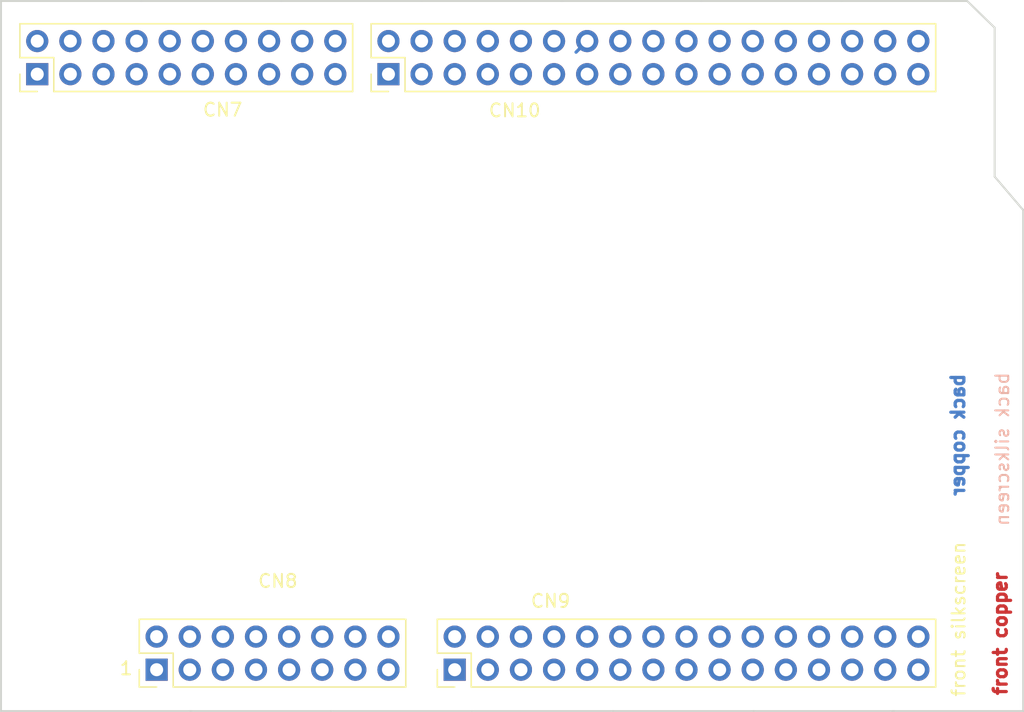
<source format=kicad_pcb>
(kicad_pcb (version 20171130) (host pcbnew 5.1.5+dfsg1-2build2)

  (general
    (thickness 1.6)
    (drawings 26)
    (tracks 1)
    (zones 0)
    (modules 4)
    (nets 93)
  )

  (page A4)
  (title_block
    (date "lun. 30 mars 2015")
  )

  (layers
    (0 F.Cu signal)
    (31 B.Cu signal)
    (32 B.Adhes user)
    (33 F.Adhes user)
    (34 B.Paste user)
    (35 F.Paste user)
    (36 B.SilkS user)
    (37 F.SilkS user)
    (38 B.Mask user)
    (39 F.Mask user)
    (40 Dwgs.User user)
    (41 Cmts.User user)
    (42 Eco1.User user)
    (43 Eco2.User user)
    (44 Edge.Cuts user)
    (45 Margin user)
    (46 B.CrtYd user)
    (47 F.CrtYd user)
    (48 B.Fab user)
    (49 F.Fab user)
  )

  (setup
    (last_trace_width 0.25)
    (user_trace_width 0.5)
    (user_trace_width 0.75)
    (trace_clearance 0.2)
    (zone_clearance 0.508)
    (zone_45_only no)
    (trace_min 0.2)
    (via_size 0.6)
    (via_drill 0.4)
    (via_min_size 0.4)
    (via_min_drill 0.3)
    (uvia_size 0.3)
    (uvia_drill 0.1)
    (uvias_allowed no)
    (uvia_min_size 0.2)
    (uvia_min_drill 0.1)
    (edge_width 0.15)
    (segment_width 0.15)
    (pcb_text_width 0.3)
    (pcb_text_size 1.5 1.5)
    (mod_edge_width 0.15)
    (mod_text_size 1 1)
    (mod_text_width 0.15)
    (pad_size 4.064 4.064)
    (pad_drill 3.048)
    (pad_to_mask_clearance 0)
    (aux_axis_origin 110.998 126.365)
    (grid_origin 15 15)
    (visible_elements FFFFFF7F)
    (pcbplotparams
      (layerselection 0x010ff_ffffffff)
      (usegerberextensions false)
      (usegerberattributes true)
      (usegerberadvancedattributes false)
      (creategerberjobfile false)
      (excludeedgelayer true)
      (linewidth 0.100000)
      (plotframeref false)
      (viasonmask false)
      (mode 1)
      (useauxorigin false)
      (hpglpennumber 1)
      (hpglpenspeed 20)
      (hpglpendiameter 15.000000)
      (psnegative false)
      (psa4output false)
      (plotreference true)
      (plotvalue true)
      (plotinvisibletext false)
      (padsonsilk false)
      (subtractmaskfromsilk true)
      (outputformat 1)
      (mirror false)
      (drillshape 0)
      (scaleselection 1)
      (outputdirectory "drills_v1_0/"))
  )

  (net 0 "")
  (net 1 /IOREF)
  (net 2 /Reset)
  (net 3 +5V)
  (net 4 GND)
  (net 5 /Vin)
  (net 6 +3V3)
  (net 7 "Net-(CN7-Pad19)")
  (net 8 "Net-(CN7-Pad17)")
  (net 9 "Net-(CN7-Pad15)")
  (net 10 "Net-(CN7-Pad14)")
  (net 11 "Net-(CN7-Pad13)")
  (net 12 "Net-(CN7-Pad12)")
  (net 13 "Net-(CN7-Pad11)")
  (net 14 "Net-(CN7-Pad10)")
  (net 15 /PA15)
  (net 16 /PB12)
  (net 17 "Net-(CN7-Pad6)")
  (net 18 /PB13)
  (net 19 "Net-(CN7-Pad4)")
  (net 20 "Net-(CN7-Pad3)")
  (net 21 "Net-(CN7-Pad2)")
  (net 22 "Net-(CN7-Pad1)")
  (net 23 "Net-(CN8-Pad16)")
  (net 24 "Net-(CN8-Pad14)")
  (net 25 "Net-(CN8-Pad12)")
  (net 26 "Net-(CN8-Pad10)")
  (net 27 "Net-(CN8-Pad8)")
  (net 28 "Net-(CN8-Pad6)")
  (net 29 "Net-(CN8-Pad4)")
  (net 30 "Net-(CN8-Pad2)")
  (net 31 "Net-(CN8-Pad1)")
  (net 32 /PG1)
  (net 33 /PF9)
  (net 34 /PF7)
  (net 35 /PE3)
  (net 36 /PE6)
  (net 37 /PE5)
  (net 38 /PE4)
  (net 39 "Net-(CN9-Pad13)")
  (net 40 "Net-(CN9-Pad11)")
  (net 41 "Net-(CN9-Pad9)")
  (net 42 "Net-(CN9-Pad8)")
  (net 43 "Net-(CN9-Pad7)")
  (net 44 "Net-(CN9-Pad5)")
  (net 45 "Net-(CN9-Pad3)")
  (net 46 "Net-(CN9-Pad2)")
  (net 47 "Net-(CN9-Pad1)")
  (net 48 "Net-(CN10-Pad34)")
  (net 49 "Net-(CN10-Pad26)")
  (net 50 "Net-(CN10-Pad12)")
  (net 51 "Net-(CN10-Pad10)")
  (net 52 "Net-(CN10-Pad8)")
  (net 53 "Net-(CN10-Pad3)")
  (net 54 "Net-(CN10-Pad1)")
  (net 55 /PF8)
  (net 56 "Net-(CN10-Pad23)")
  (net 57 "Net-(CN9-Pad14)")
  (net 58 /PD5)
  (net 59 /PD6)
  (net 60 "Net-(CN10-Pad33)")
  (net 61 "Net-(CN10-Pad11)")
  (net 62 "Net-(CN7-Pad20)")
  (net 63 "Net-(CN7-Pad18)")
  (net 64 "Net-(CN7-Pad16)")
  (net 65 "Net-(CN9-Pad29)")
  (net 66 "Net-(CN9-Pad27)")
  (net 67 "Net-(CN9-Pad25)")
  (net 68 "Net-(CN9-Pad21)")
  (net 69 "Net-(CN9-Pad19)")
  (net 70 "Net-(CN9-Pad17)")
  (net 71 "Net-(CN9-Pad15)")
  (net 72 "Net-(CN9-Pad10)")
  (net 73 "Net-(CN10-Pad32)")
  (net 74 "Net-(CN10-Pad31)")
  (net 75 "Net-(CN10-Pad30)")
  (net 76 "Net-(CN10-Pad29)")
  (net 77 "Net-(CN10-Pad28)")
  (net 78 "Net-(CN10-Pad25)")
  (net 79 "Net-(CN10-Pad24)")
  (net 80 "Net-(CN10-Pad21)")
  (net 81 "Net-(CN10-Pad20)")
  (net 82 "Net-(CN10-Pad19)")
  (net 83 "Net-(CN10-Pad18)")
  (net 84 "Net-(CN10-Pad16)")
  (net 85 "Net-(CN10-Pad15)")
  (net 86 "Net-(CN10-Pad14)")
  (net 87 "Net-(CN10-Pad13)")
  (net 88 "Net-(CN10-Pad9)")
  (net 89 "Net-(CN10-Pad7)")
  (net 90 "Net-(CN10-Pad6)")
  (net 91 "Net-(CN10-Pad4)")
  (net 92 "Net-(CN10-Pad2)")

  (net_class Default "This is the default net class."
    (clearance 0.2)
    (trace_width 0.25)
    (via_dia 0.6)
    (via_drill 0.4)
    (uvia_dia 0.3)
    (uvia_drill 0.1)
    (add_net +3V3)
    (add_net +5V)
    (add_net /IOREF)
    (add_net /PA15)
    (add_net /PB12)
    (add_net /PB13)
    (add_net /PD5)
    (add_net /PD6)
    (add_net /PE3)
    (add_net /PE4)
    (add_net /PE5)
    (add_net /PE6)
    (add_net /PF7)
    (add_net /PF8)
    (add_net /PF9)
    (add_net /PG1)
    (add_net /Reset)
    (add_net /Vin)
    (add_net GND)
    (add_net "Net-(CN10-Pad1)")
    (add_net "Net-(CN10-Pad10)")
    (add_net "Net-(CN10-Pad11)")
    (add_net "Net-(CN10-Pad12)")
    (add_net "Net-(CN10-Pad13)")
    (add_net "Net-(CN10-Pad14)")
    (add_net "Net-(CN10-Pad15)")
    (add_net "Net-(CN10-Pad16)")
    (add_net "Net-(CN10-Pad18)")
    (add_net "Net-(CN10-Pad19)")
    (add_net "Net-(CN10-Pad2)")
    (add_net "Net-(CN10-Pad20)")
    (add_net "Net-(CN10-Pad21)")
    (add_net "Net-(CN10-Pad23)")
    (add_net "Net-(CN10-Pad24)")
    (add_net "Net-(CN10-Pad25)")
    (add_net "Net-(CN10-Pad26)")
    (add_net "Net-(CN10-Pad28)")
    (add_net "Net-(CN10-Pad29)")
    (add_net "Net-(CN10-Pad3)")
    (add_net "Net-(CN10-Pad30)")
    (add_net "Net-(CN10-Pad31)")
    (add_net "Net-(CN10-Pad32)")
    (add_net "Net-(CN10-Pad33)")
    (add_net "Net-(CN10-Pad34)")
    (add_net "Net-(CN10-Pad4)")
    (add_net "Net-(CN10-Pad6)")
    (add_net "Net-(CN10-Pad7)")
    (add_net "Net-(CN10-Pad8)")
    (add_net "Net-(CN10-Pad9)")
    (add_net "Net-(CN7-Pad1)")
    (add_net "Net-(CN7-Pad10)")
    (add_net "Net-(CN7-Pad11)")
    (add_net "Net-(CN7-Pad12)")
    (add_net "Net-(CN7-Pad13)")
    (add_net "Net-(CN7-Pad14)")
    (add_net "Net-(CN7-Pad15)")
    (add_net "Net-(CN7-Pad16)")
    (add_net "Net-(CN7-Pad17)")
    (add_net "Net-(CN7-Pad18)")
    (add_net "Net-(CN7-Pad19)")
    (add_net "Net-(CN7-Pad2)")
    (add_net "Net-(CN7-Pad20)")
    (add_net "Net-(CN7-Pad3)")
    (add_net "Net-(CN7-Pad4)")
    (add_net "Net-(CN7-Pad6)")
    (add_net "Net-(CN8-Pad1)")
    (add_net "Net-(CN8-Pad10)")
    (add_net "Net-(CN8-Pad12)")
    (add_net "Net-(CN8-Pad14)")
    (add_net "Net-(CN8-Pad16)")
    (add_net "Net-(CN8-Pad2)")
    (add_net "Net-(CN8-Pad4)")
    (add_net "Net-(CN8-Pad6)")
    (add_net "Net-(CN8-Pad8)")
    (add_net "Net-(CN9-Pad1)")
    (add_net "Net-(CN9-Pad10)")
    (add_net "Net-(CN9-Pad11)")
    (add_net "Net-(CN9-Pad13)")
    (add_net "Net-(CN9-Pad14)")
    (add_net "Net-(CN9-Pad15)")
    (add_net "Net-(CN9-Pad17)")
    (add_net "Net-(CN9-Pad19)")
    (add_net "Net-(CN9-Pad2)")
    (add_net "Net-(CN9-Pad21)")
    (add_net "Net-(CN9-Pad25)")
    (add_net "Net-(CN9-Pad27)")
    (add_net "Net-(CN9-Pad29)")
    (add_net "Net-(CN9-Pad3)")
    (add_net "Net-(CN9-Pad5)")
    (add_net "Net-(CN9-Pad7)")
    (add_net "Net-(CN9-Pad8)")
    (add_net "Net-(CN9-Pad9)")
  )

  (module Connector_PinHeader_2.54mm:PinHeader_2x10_P2.54mm_Vertical (layer F.Cu) (tedit 59FED5CC) (tstamp 6066FB03)
    (at 129.7813 78.1177 90)
    (descr "Through hole straight pin header, 2x10, 2.54mm pitch, double rows")
    (tags "Through hole pin header THT 2x10 2.54mm double row")
    (path /606908C2)
    (fp_text reference CN7 (at -2.7323 14.2187) (layer F.SilkS)
      (effects (font (size 1 1) (thickness 0.15)))
    )
    (fp_text value Conn_02x10_Odd_Even (at -4.3942 12.7508 180) (layer F.Fab)
      (effects (font (size 1 1) (thickness 0.15)))
    )
    (fp_text user %R (at 1.27 11.43) (layer F.Fab)
      (effects (font (size 1 1) (thickness 0.15)))
    )
    (fp_line (start 4.35 -1.8) (end -1.8 -1.8) (layer F.CrtYd) (width 0.05))
    (fp_line (start 4.35 24.65) (end 4.35 -1.8) (layer F.CrtYd) (width 0.05))
    (fp_line (start -1.8 24.65) (end 4.35 24.65) (layer F.CrtYd) (width 0.05))
    (fp_line (start -1.8 -1.8) (end -1.8 24.65) (layer F.CrtYd) (width 0.05))
    (fp_line (start -1.33 -1.33) (end 0 -1.33) (layer F.SilkS) (width 0.12))
    (fp_line (start -1.33 0) (end -1.33 -1.33) (layer F.SilkS) (width 0.12))
    (fp_line (start 1.27 -1.33) (end 3.87 -1.33) (layer F.SilkS) (width 0.12))
    (fp_line (start 1.27 1.27) (end 1.27 -1.33) (layer F.SilkS) (width 0.12))
    (fp_line (start -1.33 1.27) (end 1.27 1.27) (layer F.SilkS) (width 0.12))
    (fp_line (start 3.87 -1.33) (end 3.87 24.19) (layer F.SilkS) (width 0.12))
    (fp_line (start -1.33 1.27) (end -1.33 24.19) (layer F.SilkS) (width 0.12))
    (fp_line (start -1.33 24.19) (end 3.87 24.19) (layer F.SilkS) (width 0.12))
    (fp_line (start -1.27 0) (end 0 -1.27) (layer F.Fab) (width 0.1))
    (fp_line (start -1.27 24.13) (end -1.27 0) (layer F.Fab) (width 0.1))
    (fp_line (start 3.81 24.13) (end -1.27 24.13) (layer F.Fab) (width 0.1))
    (fp_line (start 3.81 -1.27) (end 3.81 24.13) (layer F.Fab) (width 0.1))
    (fp_line (start 0 -1.27) (end 3.81 -1.27) (layer F.Fab) (width 0.1))
    (pad 20 thru_hole oval (at 2.54 22.86 90) (size 1.7 1.7) (drill 1) (layers *.Cu *.Mask)
      (net 62 "Net-(CN7-Pad20)"))
    (pad 19 thru_hole oval (at 0 22.86 90) (size 1.7 1.7) (drill 1) (layers *.Cu *.Mask)
      (net 7 "Net-(CN7-Pad19)"))
    (pad 18 thru_hole oval (at 2.54 20.32 90) (size 1.7 1.7) (drill 1) (layers *.Cu *.Mask)
      (net 63 "Net-(CN7-Pad18)"))
    (pad 17 thru_hole oval (at 0 20.32 90) (size 1.7 1.7) (drill 1) (layers *.Cu *.Mask)
      (net 8 "Net-(CN7-Pad17)"))
    (pad 16 thru_hole oval (at 2.54 17.78 90) (size 1.7 1.7) (drill 1) (layers *.Cu *.Mask)
      (net 64 "Net-(CN7-Pad16)"))
    (pad 15 thru_hole oval (at 0 17.78 90) (size 1.7 1.7) (drill 1) (layers *.Cu *.Mask)
      (net 9 "Net-(CN7-Pad15)"))
    (pad 14 thru_hole oval (at 2.54 15.24 90) (size 1.7 1.7) (drill 1) (layers *.Cu *.Mask)
      (net 10 "Net-(CN7-Pad14)"))
    (pad 13 thru_hole oval (at 0 15.24 90) (size 1.7 1.7) (drill 1) (layers *.Cu *.Mask)
      (net 11 "Net-(CN7-Pad13)"))
    (pad 12 thru_hole oval (at 2.54 12.7 90) (size 1.7 1.7) (drill 1) (layers *.Cu *.Mask)
      (net 12 "Net-(CN7-Pad12)"))
    (pad 11 thru_hole oval (at 0 12.7 90) (size 1.7 1.7) (drill 1) (layers *.Cu *.Mask)
      (net 13 "Net-(CN7-Pad11)"))
    (pad 10 thru_hole oval (at 2.54 10.16 90) (size 1.7 1.7) (drill 1) (layers *.Cu *.Mask)
      (net 14 "Net-(CN7-Pad10)"))
    (pad 9 thru_hole oval (at 0 10.16 90) (size 1.7 1.7) (drill 1) (layers *.Cu *.Mask)
      (net 15 /PA15))
    (pad 8 thru_hole oval (at 2.54 7.62 90) (size 1.7 1.7) (drill 1) (layers *.Cu *.Mask)
      (net 4 GND))
    (pad 7 thru_hole oval (at 0 7.62 90) (size 1.7 1.7) (drill 1) (layers *.Cu *.Mask)
      (net 16 /PB12))
    (pad 6 thru_hole oval (at 2.54 5.08 90) (size 1.7 1.7) (drill 1) (layers *.Cu *.Mask)
      (net 17 "Net-(CN7-Pad6)"))
    (pad 5 thru_hole oval (at 0 5.08 90) (size 1.7 1.7) (drill 1) (layers *.Cu *.Mask)
      (net 18 /PB13))
    (pad 4 thru_hole oval (at 2.54 2.54 90) (size 1.7 1.7) (drill 1) (layers *.Cu *.Mask)
      (net 19 "Net-(CN7-Pad4)"))
    (pad 3 thru_hole oval (at 0 2.54 90) (size 1.7 1.7) (drill 1) (layers *.Cu *.Mask)
      (net 20 "Net-(CN7-Pad3)"))
    (pad 2 thru_hole oval (at 2.54 0 90) (size 1.7 1.7) (drill 1) (layers *.Cu *.Mask)
      (net 21 "Net-(CN7-Pad2)"))
    (pad 1 thru_hole rect (at 0 0 90) (size 1.7 1.7) (drill 1) (layers *.Cu *.Mask)
      (net 22 "Net-(CN7-Pad1)"))
    (model ${KISYS3DMOD}/Connector_PinHeader_2.54mm.3dshapes/PinHeader_2x10_P2.54mm_Vertical.wrl
      (at (xyz 0 0 0))
      (scale (xyz 1 1 1))
      (rotate (xyz 0 0 0))
    )
  )

  (module Connector_PinHeader_2.54mm:PinHeader_2x08_P2.54mm_Vertical locked (layer F.Cu) (tedit 59FED5CC) (tstamp 6067043C)
    (at 138.938 123.825 90)
    (descr "Through hole straight pin header, 2x08, 2.54mm pitch, double rows")
    (tags "Through hole pin header THT 2x08 2.54mm double row")
    (path /6066129F)
    (fp_text reference CN8 (at 6.8072 9.2964 180) (layer F.SilkS)
      (effects (font (size 1 1) (thickness 0.15)))
    )
    (fp_text value Conn_02x08_Odd_Even (at 5.2324 9.9568 180) (layer F.Fab)
      (effects (font (size 1 1) (thickness 0.15)))
    )
    (fp_text user %R (at 6.7564 9.2964) (layer F.Fab)
      (effects (font (size 1 1) (thickness 0.15)))
    )
    (fp_line (start 4.35 -1.8) (end -1.8 -1.8) (layer F.CrtYd) (width 0.05))
    (fp_line (start 4.35 19.55) (end 4.35 -1.8) (layer F.CrtYd) (width 0.05))
    (fp_line (start -1.8 19.55) (end 4.35 19.55) (layer F.CrtYd) (width 0.05))
    (fp_line (start -1.8 -1.8) (end -1.8 19.55) (layer F.CrtYd) (width 0.05))
    (fp_line (start -1.33 -1.33) (end 0 -1.33) (layer F.SilkS) (width 0.12))
    (fp_line (start -1.33 0) (end -1.33 -1.33) (layer F.SilkS) (width 0.12))
    (fp_line (start 1.27 -1.33) (end 3.87 -1.33) (layer F.SilkS) (width 0.12))
    (fp_line (start 1.27 1.27) (end 1.27 -1.33) (layer F.SilkS) (width 0.12))
    (fp_line (start -1.33 1.27) (end 1.27 1.27) (layer F.SilkS) (width 0.12))
    (fp_line (start 3.87 -1.33) (end 3.87 19.11) (layer F.SilkS) (width 0.12))
    (fp_line (start -1.33 1.27) (end -1.33 19.11) (layer F.SilkS) (width 0.12))
    (fp_line (start -1.33 19.11) (end 3.87 19.11) (layer F.SilkS) (width 0.12))
    (fp_line (start -1.27 0) (end 0 -1.27) (layer F.Fab) (width 0.1))
    (fp_line (start -1.27 19.05) (end -1.27 0) (layer F.Fab) (width 0.1))
    (fp_line (start 3.81 19.05) (end -1.27 19.05) (layer F.Fab) (width 0.1))
    (fp_line (start 3.81 -1.27) (end 3.81 19.05) (layer F.Fab) (width 0.1))
    (fp_line (start 0 -1.27) (end 3.81 -1.27) (layer F.Fab) (width 0.1))
    (pad 16 thru_hole oval (at 2.54 17.78 90) (size 1.7 1.7) (drill 1) (layers *.Cu *.Mask)
      (net 23 "Net-(CN8-Pad16)"))
    (pad 15 thru_hole oval (at 0 17.78 90) (size 1.7 1.7) (drill 1) (layers *.Cu *.Mask)
      (net 5 /Vin))
    (pad 14 thru_hole oval (at 2.54 15.24 90) (size 1.7 1.7) (drill 1) (layers *.Cu *.Mask)
      (net 24 "Net-(CN8-Pad14)"))
    (pad 13 thru_hole oval (at 0 15.24 90) (size 1.7 1.7) (drill 1) (layers *.Cu *.Mask)
      (net 4 GND))
    (pad 12 thru_hole oval (at 2.54 12.7 90) (size 1.7 1.7) (drill 1) (layers *.Cu *.Mask)
      (net 25 "Net-(CN8-Pad12)"))
    (pad 11 thru_hole oval (at 0 12.7 90) (size 1.7 1.7) (drill 1) (layers *.Cu *.Mask)
      (net 4 GND))
    (pad 10 thru_hole oval (at 2.54 10.16 90) (size 1.7 1.7) (drill 1) (layers *.Cu *.Mask)
      (net 26 "Net-(CN8-Pad10)"))
    (pad 9 thru_hole oval (at 0 10.16 90) (size 1.7 1.7) (drill 1) (layers *.Cu *.Mask)
      (net 3 +5V))
    (pad 8 thru_hole oval (at 2.54 7.62 90) (size 1.7 1.7) (drill 1) (layers *.Cu *.Mask)
      (net 27 "Net-(CN8-Pad8)"))
    (pad 7 thru_hole oval (at 0 7.62 90) (size 1.7 1.7) (drill 1) (layers *.Cu *.Mask)
      (net 6 +3V3))
    (pad 6 thru_hole oval (at 2.54 5.08 90) (size 1.7 1.7) (drill 1) (layers *.Cu *.Mask)
      (net 28 "Net-(CN8-Pad6)"))
    (pad 5 thru_hole oval (at 0 5.08 90) (size 1.7 1.7) (drill 1) (layers *.Cu *.Mask)
      (net 2 /Reset))
    (pad 4 thru_hole oval (at 2.54 2.54 90) (size 1.7 1.7) (drill 1) (layers *.Cu *.Mask)
      (net 29 "Net-(CN8-Pad4)"))
    (pad 3 thru_hole oval (at 0 2.54 90) (size 1.7 1.7) (drill 1) (layers *.Cu *.Mask)
      (net 1 /IOREF))
    (pad 2 thru_hole oval (at 2.54 0 90) (size 1.7 1.7) (drill 1) (layers *.Cu *.Mask)
      (net 30 "Net-(CN8-Pad2)"))
    (pad 1 thru_hole rect (at 0 0 90) (size 1.7 1.7) (drill 1) (layers *.Cu *.Mask)
      (net 31 "Net-(CN8-Pad1)"))
    (model ${KISYS3DMOD}/Connector_PinHeader_2.54mm.3dshapes/PinHeader_2x08_P2.54mm_Vertical.wrl
      (at (xyz 0 0 0))
      (scale (xyz 1 1 1))
      (rotate (xyz 0 0 0))
    )
  )

  (module Connector_PinHeader_2.54mm:PinHeader_2x17_P2.54mm_Vertical locked (layer F.Cu) (tedit 59FED5CC) (tstamp 6066EBD8)
    (at 156.718 78.1177 90)
    (descr "Through hole straight pin header, 2x17, 2.54mm pitch, double rows")
    (tags "Through hole pin header THT 2x17 2.54mm double row")
    (path /606BC18A)
    (fp_text reference CN10 (at -2.7823 9.682) (layer F.SilkS)
      (effects (font (size 1 1) (thickness 0.15)))
    )
    (fp_text value Conn_02x17_Odd_Even (at -4.1783 22.0345 180) (layer F.Fab)
      (effects (font (size 1 1) (thickness 0.15)))
    )
    (fp_text user %R (at 1.27 20.32) (layer F.Fab)
      (effects (font (size 1 1) (thickness 0.15)))
    )
    (fp_line (start 4.35 -1.8) (end -1.8 -1.8) (layer F.CrtYd) (width 0.05))
    (fp_line (start 4.35 42.45) (end 4.35 -1.8) (layer F.CrtYd) (width 0.05))
    (fp_line (start -1.8 42.45) (end 4.35 42.45) (layer F.CrtYd) (width 0.05))
    (fp_line (start -1.8 -1.8) (end -1.8 42.45) (layer F.CrtYd) (width 0.05))
    (fp_line (start -1.33 -1.33) (end 0 -1.33) (layer F.SilkS) (width 0.12))
    (fp_line (start -1.33 0) (end -1.33 -1.33) (layer F.SilkS) (width 0.12))
    (fp_line (start 1.27 -1.33) (end 3.87 -1.33) (layer F.SilkS) (width 0.12))
    (fp_line (start 1.27 1.27) (end 1.27 -1.33) (layer F.SilkS) (width 0.12))
    (fp_line (start -1.33 1.27) (end 1.27 1.27) (layer F.SilkS) (width 0.12))
    (fp_line (start 3.87 -1.33) (end 3.87 41.97) (layer F.SilkS) (width 0.12))
    (fp_line (start -1.33 1.27) (end -1.33 41.97) (layer F.SilkS) (width 0.12))
    (fp_line (start -1.33 41.97) (end 3.87 41.97) (layer F.SilkS) (width 0.12))
    (fp_line (start -1.27 0) (end 0 -1.27) (layer F.Fab) (width 0.1))
    (fp_line (start -1.27 41.91) (end -1.27 0) (layer F.Fab) (width 0.1))
    (fp_line (start 3.81 41.91) (end -1.27 41.91) (layer F.Fab) (width 0.1))
    (fp_line (start 3.81 -1.27) (end 3.81 41.91) (layer F.Fab) (width 0.1))
    (fp_line (start 0 -1.27) (end 3.81 -1.27) (layer F.Fab) (width 0.1))
    (pad 34 thru_hole oval (at 2.54 40.64 90) (size 1.7 1.7) (drill 1) (layers *.Cu *.Mask)
      (net 48 "Net-(CN10-Pad34)"))
    (pad 33 thru_hole oval (at 0 40.64 90) (size 1.7 1.7) (drill 1) (layers *.Cu *.Mask)
      (net 60 "Net-(CN10-Pad33)"))
    (pad 32 thru_hole oval (at 2.54 38.1 90) (size 1.7 1.7) (drill 1) (layers *.Cu *.Mask)
      (net 73 "Net-(CN10-Pad32)"))
    (pad 31 thru_hole oval (at 0 38.1 90) (size 1.7 1.7) (drill 1) (layers *.Cu *.Mask)
      (net 74 "Net-(CN10-Pad31)"))
    (pad 30 thru_hole oval (at 2.54 35.56 90) (size 1.7 1.7) (drill 1) (layers *.Cu *.Mask)
      (net 75 "Net-(CN10-Pad30)"))
    (pad 29 thru_hole oval (at 0 35.56 90) (size 1.7 1.7) (drill 1) (layers *.Cu *.Mask)
      (net 76 "Net-(CN10-Pad29)"))
    (pad 28 thru_hole oval (at 2.54 33.02 90) (size 1.7 1.7) (drill 1) (layers *.Cu *.Mask)
      (net 77 "Net-(CN10-Pad28)"))
    (pad 27 thru_hole oval (at 0 33.02 90) (size 1.7 1.7) (drill 1) (layers *.Cu *.Mask)
      (net 4 GND))
    (pad 26 thru_hole oval (at 2.54 30.48 90) (size 1.7 1.7) (drill 1) (layers *.Cu *.Mask)
      (net 49 "Net-(CN10-Pad26)"))
    (pad 25 thru_hole oval (at 0 30.48 90) (size 1.7 1.7) (drill 1) (layers *.Cu *.Mask)
      (net 78 "Net-(CN10-Pad25)"))
    (pad 24 thru_hole oval (at 2.54 27.94 90) (size 1.7 1.7) (drill 1) (layers *.Cu *.Mask)
      (net 79 "Net-(CN10-Pad24)"))
    (pad 23 thru_hole oval (at 0 27.94 90) (size 1.7 1.7) (drill 1) (layers *.Cu *.Mask)
      (net 56 "Net-(CN10-Pad23)"))
    (pad 22 thru_hole oval (at 2.54 25.4 90) (size 1.7 1.7) (drill 1) (layers *.Cu *.Mask)
      (net 4 GND))
    (pad 21 thru_hole oval (at 0 25.4 90) (size 1.7 1.7) (drill 1) (layers *.Cu *.Mask)
      (net 80 "Net-(CN10-Pad21)"))
    (pad 20 thru_hole oval (at 2.54 22.86 90) (size 1.7 1.7) (drill 1) (layers *.Cu *.Mask)
      (net 81 "Net-(CN10-Pad20)"))
    (pad 19 thru_hole oval (at 0 22.86 90) (size 1.7 1.7) (drill 1) (layers *.Cu *.Mask)
      (net 82 "Net-(CN10-Pad19)"))
    (pad 18 thru_hole oval (at 2.54 20.32 90) (size 1.7 1.7) (drill 1) (layers *.Cu *.Mask)
      (net 83 "Net-(CN10-Pad18)"))
    (pad 17 thru_hole oval (at 0 20.32 90) (size 1.7 1.7) (drill 1) (layers *.Cu *.Mask)
      (net 4 GND))
    (pad 16 thru_hole oval (at 2.54 17.78 90) (size 1.7 1.7) (drill 1) (layers *.Cu *.Mask)
      (net 84 "Net-(CN10-Pad16)"))
    (pad 15 thru_hole oval (at 0 17.78 90) (size 1.7 1.7) (drill 1) (layers *.Cu *.Mask)
      (net 85 "Net-(CN10-Pad15)"))
    (pad 14 thru_hole oval (at 2.54 15.24 90) (size 1.7 1.7) (drill 1) (layers *.Cu *.Mask)
      (net 86 "Net-(CN10-Pad14)"))
    (pad 13 thru_hole oval (at 0 15.24 90) (size 1.7 1.7) (drill 1) (layers *.Cu *.Mask)
      (net 87 "Net-(CN10-Pad13)"))
    (pad 12 thru_hole oval (at 2.54 12.7 90) (size 1.7 1.7) (drill 1) (layers *.Cu *.Mask)
      (net 50 "Net-(CN10-Pad12)"))
    (pad 11 thru_hole oval (at 0 12.7 90) (size 1.7 1.7) (drill 1) (layers *.Cu *.Mask)
      (net 61 "Net-(CN10-Pad11)"))
    (pad 10 thru_hole oval (at 2.54 10.16 90) (size 1.7 1.7) (drill 1) (layers *.Cu *.Mask)
      (net 51 "Net-(CN10-Pad10)"))
    (pad 9 thru_hole oval (at 0 10.16 90) (size 1.7 1.7) (drill 1) (layers *.Cu *.Mask)
      (net 88 "Net-(CN10-Pad9)"))
    (pad 8 thru_hole oval (at 2.54 7.62 90) (size 1.7 1.7) (drill 1) (layers *.Cu *.Mask)
      (net 52 "Net-(CN10-Pad8)"))
    (pad 7 thru_hole oval (at 0 7.62 90) (size 1.7 1.7) (drill 1) (layers *.Cu *.Mask)
      (net 89 "Net-(CN10-Pad7)"))
    (pad 6 thru_hole oval (at 2.54 5.08 90) (size 1.7 1.7) (drill 1) (layers *.Cu *.Mask)
      (net 90 "Net-(CN10-Pad6)"))
    (pad 5 thru_hole oval (at 0 5.08 90) (size 1.7 1.7) (drill 1) (layers *.Cu *.Mask)
      (net 4 GND))
    (pad 4 thru_hole oval (at 2.54 2.54 90) (size 1.7 1.7) (drill 1) (layers *.Cu *.Mask)
      (net 91 "Net-(CN10-Pad4)"))
    (pad 3 thru_hole oval (at 0 2.54 90) (size 1.7 1.7) (drill 1) (layers *.Cu *.Mask)
      (net 53 "Net-(CN10-Pad3)"))
    (pad 2 thru_hole oval (at 2.54 0 90) (size 1.7 1.7) (drill 1) (layers *.Cu *.Mask)
      (net 92 "Net-(CN10-Pad2)"))
    (pad 1 thru_hole rect (at 0 0 90) (size 1.7 1.7) (drill 1) (layers *.Cu *.Mask)
      (net 54 "Net-(CN10-Pad1)"))
    (model ${KISYS3DMOD}/Connector_PinHeader_2.54mm.3dshapes/PinHeader_2x17_P2.54mm_Vertical.wrl
      (at (xyz 0 0 0))
      (scale (xyz 1 1 1))
      (rotate (xyz 0 0 0))
    )
  )

  (module Connector_PinHeader_2.54mm:PinHeader_2x15_P2.54mm_Vertical locked (layer F.Cu) (tedit 59FED5CC) (tstamp 551AF9FF)
    (at 161.798 123.825 90)
    (descr "Through hole straight pin header, 2x15, 2.54mm pitch, double rows")
    (tags "Through hole pin header THT 2x15 2.54mm double row")
    (path /60676C55)
    (fp_text reference CN9 (at 5.275 7.352) (layer F.SilkS)
      (effects (font (size 1 1) (thickness 0.15)))
    )
    (fp_text value Conn_02x15_Odd_Even (at 5.0292 18.034 180) (layer F.Fab)
      (effects (font (size 1 1) (thickness 0.15)))
    )
    (fp_text user %R (at 1.27 17.78) (layer F.Fab)
      (effects (font (size 1 1) (thickness 0.15)))
    )
    (fp_line (start 4.35 -1.8) (end -1.8 -1.8) (layer F.CrtYd) (width 0.05))
    (fp_line (start 4.35 37.35) (end 4.35 -1.8) (layer F.CrtYd) (width 0.05))
    (fp_line (start -1.8 37.35) (end 4.35 37.35) (layer F.CrtYd) (width 0.05))
    (fp_line (start -1.8 -1.8) (end -1.8 37.35) (layer F.CrtYd) (width 0.05))
    (fp_line (start -1.33 -1.33) (end 0 -1.33) (layer F.SilkS) (width 0.12))
    (fp_line (start -1.33 0) (end -1.33 -1.33) (layer F.SilkS) (width 0.12))
    (fp_line (start 1.27 -1.33) (end 3.87 -1.33) (layer F.SilkS) (width 0.12))
    (fp_line (start 1.27 1.27) (end 1.27 -1.33) (layer F.SilkS) (width 0.12))
    (fp_line (start -1.33 1.27) (end 1.27 1.27) (layer F.SilkS) (width 0.12))
    (fp_line (start 3.87 -1.33) (end 3.87 36.89) (layer F.SilkS) (width 0.12))
    (fp_line (start -1.33 1.27) (end -1.33 36.89) (layer F.SilkS) (width 0.12))
    (fp_line (start -1.33 36.89) (end 3.87 36.89) (layer F.SilkS) (width 0.12))
    (fp_line (start -1.27 0) (end 0 -1.27) (layer F.Fab) (width 0.1))
    (fp_line (start -1.27 36.83) (end -1.27 0) (layer F.Fab) (width 0.1))
    (fp_line (start 3.81 36.83) (end -1.27 36.83) (layer F.Fab) (width 0.1))
    (fp_line (start 3.81 -1.27) (end 3.81 36.83) (layer F.Fab) (width 0.1))
    (fp_line (start 0 -1.27) (end 3.81 -1.27) (layer F.Fab) (width 0.1))
    (pad 30 thru_hole oval (at 2.54 35.56 90) (size 1.7 1.7) (drill 1) (layers *.Cu *.Mask)
      (net 32 /PG1))
    (pad 29 thru_hole oval (at 0 35.56 90) (size 1.7 1.7) (drill 1) (layers *.Cu *.Mask)
      (net 65 "Net-(CN9-Pad29)"))
    (pad 28 thru_hole oval (at 2.54 33.02 90) (size 1.7 1.7) (drill 1) (layers *.Cu *.Mask)
      (net 33 /PF9))
    (pad 27 thru_hole oval (at 0 33.02 90) (size 1.7 1.7) (drill 1) (layers *.Cu *.Mask)
      (net 66 "Net-(CN9-Pad27)"))
    (pad 26 thru_hole oval (at 2.54 30.48 90) (size 1.7 1.7) (drill 1) (layers *.Cu *.Mask)
      (net 34 /PF7))
    (pad 25 thru_hole oval (at 0 30.48 90) (size 1.7 1.7) (drill 1) (layers *.Cu *.Mask)
      (net 67 "Net-(CN9-Pad25)"))
    (pad 24 thru_hole oval (at 2.54 27.94 90) (size 1.7 1.7) (drill 1) (layers *.Cu *.Mask)
      (net 55 /PF8))
    (pad 23 thru_hole oval (at 0 27.94 90) (size 1.7 1.7) (drill 1) (layers *.Cu *.Mask)
      (net 4 GND))
    (pad 22 thru_hole oval (at 2.54 25.4 90) (size 1.7 1.7) (drill 1) (layers *.Cu *.Mask)
      (net 35 /PE3))
    (pad 21 thru_hole oval (at 0 25.4 90) (size 1.7 1.7) (drill 1) (layers *.Cu *.Mask)
      (net 68 "Net-(CN9-Pad21)"))
    (pad 20 thru_hole oval (at 2.54 22.86 90) (size 1.7 1.7) (drill 1) (layers *.Cu *.Mask)
      (net 36 /PE6))
    (pad 19 thru_hole oval (at 0 22.86 90) (size 1.7 1.7) (drill 1) (layers *.Cu *.Mask)
      (net 69 "Net-(CN9-Pad19)"))
    (pad 18 thru_hole oval (at 2.54 20.32 90) (size 1.7 1.7) (drill 1) (layers *.Cu *.Mask)
      (net 37 /PE5))
    (pad 17 thru_hole oval (at 0 20.32 90) (size 1.7 1.7) (drill 1) (layers *.Cu *.Mask)
      (net 70 "Net-(CN9-Pad17)"))
    (pad 16 thru_hole oval (at 2.54 17.78 90) (size 1.7 1.7) (drill 1) (layers *.Cu *.Mask)
      (net 38 /PE4))
    (pad 15 thru_hole oval (at 0 17.78 90) (size 1.7 1.7) (drill 1) (layers *.Cu *.Mask)
      (net 71 "Net-(CN9-Pad15)"))
    (pad 14 thru_hole oval (at 2.54 15.24 90) (size 1.7 1.7) (drill 1) (layers *.Cu *.Mask)
      (net 57 "Net-(CN9-Pad14)"))
    (pad 13 thru_hole oval (at 0 15.24 90) (size 1.7 1.7) (drill 1) (layers *.Cu *.Mask)
      (net 39 "Net-(CN9-Pad13)"))
    (pad 12 thru_hole oval (at 2.54 12.7 90) (size 1.7 1.7) (drill 1) (layers *.Cu *.Mask)
      (net 4 GND))
    (pad 11 thru_hole oval (at 0 12.7 90) (size 1.7 1.7) (drill 1) (layers *.Cu *.Mask)
      (net 40 "Net-(CN9-Pad11)"))
    (pad 10 thru_hole oval (at 2.54 10.16 90) (size 1.7 1.7) (drill 1) (layers *.Cu *.Mask)
      (net 72 "Net-(CN9-Pad10)"))
    (pad 9 thru_hole oval (at 0 10.16 90) (size 1.7 1.7) (drill 1) (layers *.Cu *.Mask)
      (net 41 "Net-(CN9-Pad9)"))
    (pad 8 thru_hole oval (at 2.54 7.62 90) (size 1.7 1.7) (drill 1) (layers *.Cu *.Mask)
      (net 42 "Net-(CN9-Pad8)"))
    (pad 7 thru_hole oval (at 0 7.62 90) (size 1.7 1.7) (drill 1) (layers *.Cu *.Mask)
      (net 43 "Net-(CN9-Pad7)"))
    (pad 6 thru_hole oval (at 2.54 5.08 90) (size 1.7 1.7) (drill 1) (layers *.Cu *.Mask)
      (net 58 /PD5))
    (pad 5 thru_hole oval (at 0 5.08 90) (size 1.7 1.7) (drill 1) (layers *.Cu *.Mask)
      (net 44 "Net-(CN9-Pad5)"))
    (pad 4 thru_hole oval (at 2.54 2.54 90) (size 1.7 1.7) (drill 1) (layers *.Cu *.Mask)
      (net 59 /PD6))
    (pad 3 thru_hole oval (at 0 2.54 90) (size 1.7 1.7) (drill 1) (layers *.Cu *.Mask)
      (net 45 "Net-(CN9-Pad3)"))
    (pad 2 thru_hole oval (at 2.54 0 90) (size 1.7 1.7) (drill 1) (layers *.Cu *.Mask)
      (net 46 "Net-(CN9-Pad2)"))
    (pad 1 thru_hole rect (at 0 0 90) (size 1.7 1.7) (drill 1) (layers *.Cu *.Mask)
      (net 47 "Net-(CN9-Pad1)"))
    (model ${KISYS3DMOD}/Connector_PinHeader_2.54mm.3dshapes/PinHeader_2x15_P2.54mm_Vertical.wrl
      (at (xyz 0 0 0))
      (scale (xyz 1 1 1))
      (rotate (xyz 0 0 0))
    )
  )

  (gr_text "back silkscreen" (at 203.8 106.9 90) (layer B.SilkS)
    (effects (font (size 1 1) (thickness 0.15)) (justify mirror))
  )
  (gr_text "back solder mask" (at 202.15 106.45 90) (layer B.Mask)
    (effects (font (size 0.8 0.8) (thickness 0.15)) (justify mirror))
  )
  (gr_text "back copper" (at 200.4 105.8 90) (layer B.Cu)
    (effects (font (size 1 1) (thickness 0.25)) (justify mirror))
  )
  (gr_text "front copper" (at 203.65 121.05 90) (layer F.Cu)
    (effects (font (size 1 1) (thickness 0.25)))
  )
  (gr_text "front solder mask" (at 202 120.4 90) (layer F.Mask)
    (effects (font (size 0.8 0.8) (thickness 0.15)))
  )
  (gr_text "front silkscreen" (at 200.45 119.95 90) (layer F.SilkS)
    (effects (font (size 1 1) (thickness 0.15)))
  )
  (gr_line (start 195.35 127) (end 205.399 127) (layer Edge.Cuts) (width 0.15) (tstamp 6127956C))
  (gr_line (start 184.7 127) (end 195.5 127) (layer Edge.Cuts) (width 0.15) (tstamp 6127956C))
  (gr_line (start 173.95 127) (end 184.75 127) (layer Edge.Cuts) (width 0.15) (tstamp 6127956C))
  (gr_line (start 163.15 127) (end 173.95 127) (layer Edge.Cuts) (width 0.15) (tstamp 6127956C))
  (gr_line (start 152.3 127) (end 163.1 127) (layer Edge.Cuts) (width 0.15) (tstamp 6127956C))
  (gr_line (start 141.5 127) (end 152.3 127) (layer Edge.Cuts) (width 0.15) (tstamp 6127956C))
  (gr_line (start 127 127) (end 141.6 127) (layer Edge.Cuts) (width 0.15) (tstamp 6127956C))
  (gr_line (start 191.5 72.5) (end 201.1 72.5) (layer Edge.Cuts) (width 0.15) (tstamp 6127956C))
  (gr_line (start 180.7 72.5) (end 191.5 72.5) (layer Edge.Cuts) (width 0.15) (tstamp 6127956C))
  (gr_line (start 169.95 72.5) (end 180.75 72.5) (layer Edge.Cuts) (width 0.15) (tstamp 6127956C))
  (gr_line (start 159.3 72.5) (end 170.1 72.5) (layer Edge.Cuts) (width 0.15) (tstamp 6127956C))
  (gr_line (start 148.5 72.5) (end 159.3 72.5) (layer Edge.Cuts) (width 0.15) (tstamp 6127956C))
  (gr_line (start 137.75 72.5) (end 148.55 72.5) (layer Edge.Cuts) (width 0.15) (tstamp 6127956C))
  (gr_line (start 127 72.5) (end 137.8 72.5) (layer Edge.Cuts) (width 0.15))
  (gr_line (start 127 72.5) (end 127 127) (angle 90) (layer Edge.Cuts) (width 0.15))
  (gr_text 1 (at 136.6012 123.7234) (layer F.SilkS) (tstamp 60670719)
    (effects (font (size 1 1) (thickness 0.15)))
  )
  (gr_line (start 203.211 74.549) (end 201.1 72.5) (angle 90) (layer Edge.Cuts) (width 0.15))
  (gr_line (start 203.211 85.979) (end 203.211 74.549) (angle 90) (layer Edge.Cuts) (width 0.15))
  (gr_line (start 205.4 88.55) (end 203.211 85.979) (angle 90) (layer Edge.Cuts) (width 0.15))
  (gr_line (start 205.399 127) (end 205.4 88.519) (angle 90) (layer Edge.Cuts) (width 0.15))

  (segment (start 171.108001 76.427699) (end 171.958 75.5777) (width 0.25) (layer B.Cu) (net 86))

)

</source>
